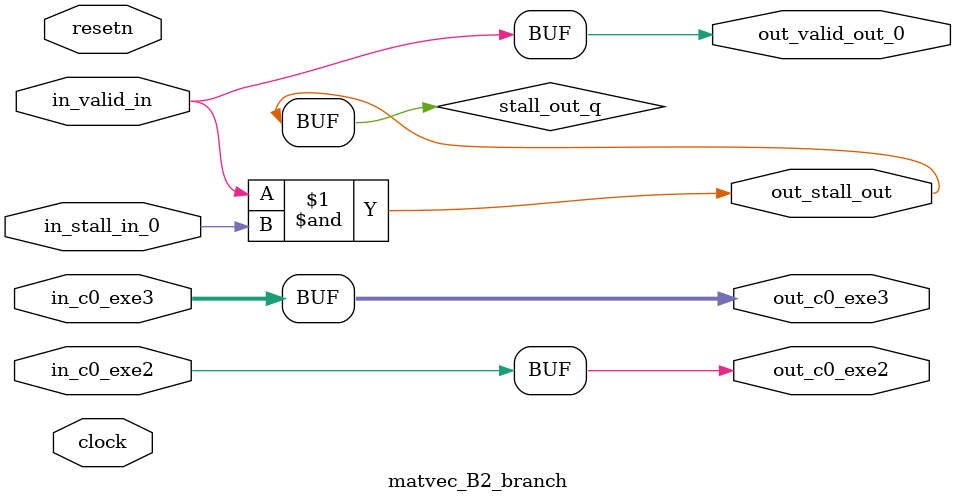
<source format=sv>



(* altera_attribute = "-name AUTO_SHIFT_REGISTER_RECOGNITION OFF; -name MESSAGE_DISABLE 10036; -name MESSAGE_DISABLE 10037; -name MESSAGE_DISABLE 14130; -name MESSAGE_DISABLE 14320; -name MESSAGE_DISABLE 15400; -name MESSAGE_DISABLE 14130; -name MESSAGE_DISABLE 10036; -name MESSAGE_DISABLE 12020; -name MESSAGE_DISABLE 12030; -name MESSAGE_DISABLE 12010; -name MESSAGE_DISABLE 12110; -name MESSAGE_DISABLE 14320; -name MESSAGE_DISABLE 13410; -name MESSAGE_DISABLE 113007; -name MESSAGE_DISABLE 10958" *)
module matvec_B2_branch (
    input wire [0:0] in_c0_exe2,
    input wire [31:0] in_c0_exe3,
    input wire [0:0] in_stall_in_0,
    input wire [0:0] in_valid_in,
    output wire [0:0] out_c0_exe2,
    output wire [31:0] out_c0_exe3,
    output wire [0:0] out_stall_out,
    output wire [0:0] out_valid_out_0,
    input wire clock,
    input wire resetn
    );

    wire [0:0] stall_out_q;


    // out_c0_exe2(GPOUT,6)
    assign out_c0_exe2 = in_c0_exe2;

    // out_c0_exe3(GPOUT,7)
    assign out_c0_exe3 = in_c0_exe3;

    // stall_out(LOGICAL,10)
    assign stall_out_q = in_valid_in & in_stall_in_0;

    // out_stall_out(GPOUT,8)
    assign out_stall_out = stall_out_q;

    // out_valid_out_0(GPOUT,9)
    assign out_valid_out_0 = in_valid_in;

endmodule

</source>
